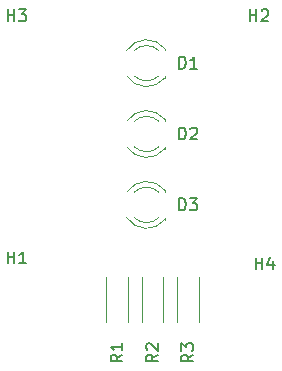
<source format=gbr>
%TF.GenerationSoftware,KiCad,Pcbnew,8.0.8*%
%TF.CreationDate,2025-01-25T13:46:24+05:30*%
%TF.ProjectId,Traffic Light,54726166-6669-4632-904c-696768742e6b,rev?*%
%TF.SameCoordinates,Original*%
%TF.FileFunction,Legend,Top*%
%TF.FilePolarity,Positive*%
%FSLAX46Y46*%
G04 Gerber Fmt 4.6, Leading zero omitted, Abs format (unit mm)*
G04 Created by KiCad (PCBNEW 8.0.8) date 2025-01-25 13:46:24*
%MOMM*%
%LPD*%
G01*
G04 APERTURE LIST*
%ADD10C,0.150000*%
%ADD11C,0.120000*%
G04 APERTURE END LIST*
D10*
X156454819Y-84166666D02*
X155978628Y-84499999D01*
X156454819Y-84738094D02*
X155454819Y-84738094D01*
X155454819Y-84738094D02*
X155454819Y-84357142D01*
X155454819Y-84357142D02*
X155502438Y-84261904D01*
X155502438Y-84261904D02*
X155550057Y-84214285D01*
X155550057Y-84214285D02*
X155645295Y-84166666D01*
X155645295Y-84166666D02*
X155788152Y-84166666D01*
X155788152Y-84166666D02*
X155883390Y-84214285D01*
X155883390Y-84214285D02*
X155931009Y-84261904D01*
X155931009Y-84261904D02*
X155978628Y-84357142D01*
X155978628Y-84357142D02*
X155978628Y-84738094D01*
X155454819Y-83833332D02*
X155454819Y-83214285D01*
X155454819Y-83214285D02*
X155835771Y-83547618D01*
X155835771Y-83547618D02*
X155835771Y-83404761D01*
X155835771Y-83404761D02*
X155883390Y-83309523D01*
X155883390Y-83309523D02*
X155931009Y-83261904D01*
X155931009Y-83261904D02*
X156026247Y-83214285D01*
X156026247Y-83214285D02*
X156264342Y-83214285D01*
X156264342Y-83214285D02*
X156359580Y-83261904D01*
X156359580Y-83261904D02*
X156407200Y-83309523D01*
X156407200Y-83309523D02*
X156454819Y-83404761D01*
X156454819Y-83404761D02*
X156454819Y-83690475D01*
X156454819Y-83690475D02*
X156407200Y-83785713D01*
X156407200Y-83785713D02*
X156359580Y-83833332D01*
X153454819Y-84166666D02*
X152978628Y-84499999D01*
X153454819Y-84738094D02*
X152454819Y-84738094D01*
X152454819Y-84738094D02*
X152454819Y-84357142D01*
X152454819Y-84357142D02*
X152502438Y-84261904D01*
X152502438Y-84261904D02*
X152550057Y-84214285D01*
X152550057Y-84214285D02*
X152645295Y-84166666D01*
X152645295Y-84166666D02*
X152788152Y-84166666D01*
X152788152Y-84166666D02*
X152883390Y-84214285D01*
X152883390Y-84214285D02*
X152931009Y-84261904D01*
X152931009Y-84261904D02*
X152978628Y-84357142D01*
X152978628Y-84357142D02*
X152978628Y-84738094D01*
X152550057Y-83785713D02*
X152502438Y-83738094D01*
X152502438Y-83738094D02*
X152454819Y-83642856D01*
X152454819Y-83642856D02*
X152454819Y-83404761D01*
X152454819Y-83404761D02*
X152502438Y-83309523D01*
X152502438Y-83309523D02*
X152550057Y-83261904D01*
X152550057Y-83261904D02*
X152645295Y-83214285D01*
X152645295Y-83214285D02*
X152740533Y-83214285D01*
X152740533Y-83214285D02*
X152883390Y-83261904D01*
X152883390Y-83261904D02*
X153454819Y-83833332D01*
X153454819Y-83833332D02*
X153454819Y-83214285D01*
X150454819Y-84166666D02*
X149978628Y-84499999D01*
X150454819Y-84738094D02*
X149454819Y-84738094D01*
X149454819Y-84738094D02*
X149454819Y-84357142D01*
X149454819Y-84357142D02*
X149502438Y-84261904D01*
X149502438Y-84261904D02*
X149550057Y-84214285D01*
X149550057Y-84214285D02*
X149645295Y-84166666D01*
X149645295Y-84166666D02*
X149788152Y-84166666D01*
X149788152Y-84166666D02*
X149883390Y-84214285D01*
X149883390Y-84214285D02*
X149931009Y-84261904D01*
X149931009Y-84261904D02*
X149978628Y-84357142D01*
X149978628Y-84357142D02*
X149978628Y-84738094D01*
X150454819Y-83214285D02*
X150454819Y-83785713D01*
X150454819Y-83499999D02*
X149454819Y-83499999D01*
X149454819Y-83499999D02*
X149597676Y-83595237D01*
X149597676Y-83595237D02*
X149692914Y-83690475D01*
X149692914Y-83690475D02*
X149740533Y-83785713D01*
X161738095Y-76954819D02*
X161738095Y-75954819D01*
X161738095Y-76431009D02*
X162309523Y-76431009D01*
X162309523Y-76954819D02*
X162309523Y-75954819D01*
X163214285Y-76288152D02*
X163214285Y-76954819D01*
X162976190Y-75907200D02*
X162738095Y-76621485D01*
X162738095Y-76621485D02*
X163357142Y-76621485D01*
X140738095Y-55954819D02*
X140738095Y-54954819D01*
X140738095Y-55431009D02*
X141309523Y-55431009D01*
X141309523Y-55954819D02*
X141309523Y-54954819D01*
X141690476Y-54954819D02*
X142309523Y-54954819D01*
X142309523Y-54954819D02*
X141976190Y-55335771D01*
X141976190Y-55335771D02*
X142119047Y-55335771D01*
X142119047Y-55335771D02*
X142214285Y-55383390D01*
X142214285Y-55383390D02*
X142261904Y-55431009D01*
X142261904Y-55431009D02*
X142309523Y-55526247D01*
X142309523Y-55526247D02*
X142309523Y-55764342D01*
X142309523Y-55764342D02*
X142261904Y-55859580D01*
X142261904Y-55859580D02*
X142214285Y-55907200D01*
X142214285Y-55907200D02*
X142119047Y-55954819D01*
X142119047Y-55954819D02*
X141833333Y-55954819D01*
X141833333Y-55954819D02*
X141738095Y-55907200D01*
X141738095Y-55907200D02*
X141690476Y-55859580D01*
X161238095Y-55954819D02*
X161238095Y-54954819D01*
X161238095Y-55431009D02*
X161809523Y-55431009D01*
X161809523Y-55954819D02*
X161809523Y-54954819D01*
X162238095Y-55050057D02*
X162285714Y-55002438D01*
X162285714Y-55002438D02*
X162380952Y-54954819D01*
X162380952Y-54954819D02*
X162619047Y-54954819D01*
X162619047Y-54954819D02*
X162714285Y-55002438D01*
X162714285Y-55002438D02*
X162761904Y-55050057D01*
X162761904Y-55050057D02*
X162809523Y-55145295D01*
X162809523Y-55145295D02*
X162809523Y-55240533D01*
X162809523Y-55240533D02*
X162761904Y-55383390D01*
X162761904Y-55383390D02*
X162190476Y-55954819D01*
X162190476Y-55954819D02*
X162809523Y-55954819D01*
X140738095Y-76454819D02*
X140738095Y-75454819D01*
X140738095Y-75931009D02*
X141309523Y-75931009D01*
X141309523Y-76454819D02*
X141309523Y-75454819D01*
X142309523Y-76454819D02*
X141738095Y-76454819D01*
X142023809Y-76454819D02*
X142023809Y-75454819D01*
X142023809Y-75454819D02*
X141928571Y-75597676D01*
X141928571Y-75597676D02*
X141833333Y-75692914D01*
X141833333Y-75692914D02*
X141738095Y-75740533D01*
X155261905Y-71954819D02*
X155261905Y-70954819D01*
X155261905Y-70954819D02*
X155500000Y-70954819D01*
X155500000Y-70954819D02*
X155642857Y-71002438D01*
X155642857Y-71002438D02*
X155738095Y-71097676D01*
X155738095Y-71097676D02*
X155785714Y-71192914D01*
X155785714Y-71192914D02*
X155833333Y-71383390D01*
X155833333Y-71383390D02*
X155833333Y-71526247D01*
X155833333Y-71526247D02*
X155785714Y-71716723D01*
X155785714Y-71716723D02*
X155738095Y-71811961D01*
X155738095Y-71811961D02*
X155642857Y-71907200D01*
X155642857Y-71907200D02*
X155500000Y-71954819D01*
X155500000Y-71954819D02*
X155261905Y-71954819D01*
X156166667Y-70954819D02*
X156785714Y-70954819D01*
X156785714Y-70954819D02*
X156452381Y-71335771D01*
X156452381Y-71335771D02*
X156595238Y-71335771D01*
X156595238Y-71335771D02*
X156690476Y-71383390D01*
X156690476Y-71383390D02*
X156738095Y-71431009D01*
X156738095Y-71431009D02*
X156785714Y-71526247D01*
X156785714Y-71526247D02*
X156785714Y-71764342D01*
X156785714Y-71764342D02*
X156738095Y-71859580D01*
X156738095Y-71859580D02*
X156690476Y-71907200D01*
X156690476Y-71907200D02*
X156595238Y-71954819D01*
X156595238Y-71954819D02*
X156309524Y-71954819D01*
X156309524Y-71954819D02*
X156214286Y-71907200D01*
X156214286Y-71907200D02*
X156166667Y-71859580D01*
X155261905Y-65954819D02*
X155261905Y-64954819D01*
X155261905Y-64954819D02*
X155500000Y-64954819D01*
X155500000Y-64954819D02*
X155642857Y-65002438D01*
X155642857Y-65002438D02*
X155738095Y-65097676D01*
X155738095Y-65097676D02*
X155785714Y-65192914D01*
X155785714Y-65192914D02*
X155833333Y-65383390D01*
X155833333Y-65383390D02*
X155833333Y-65526247D01*
X155833333Y-65526247D02*
X155785714Y-65716723D01*
X155785714Y-65716723D02*
X155738095Y-65811961D01*
X155738095Y-65811961D02*
X155642857Y-65907200D01*
X155642857Y-65907200D02*
X155500000Y-65954819D01*
X155500000Y-65954819D02*
X155261905Y-65954819D01*
X156214286Y-65050057D02*
X156261905Y-65002438D01*
X156261905Y-65002438D02*
X156357143Y-64954819D01*
X156357143Y-64954819D02*
X156595238Y-64954819D01*
X156595238Y-64954819D02*
X156690476Y-65002438D01*
X156690476Y-65002438D02*
X156738095Y-65050057D01*
X156738095Y-65050057D02*
X156785714Y-65145295D01*
X156785714Y-65145295D02*
X156785714Y-65240533D01*
X156785714Y-65240533D02*
X156738095Y-65383390D01*
X156738095Y-65383390D02*
X156166667Y-65954819D01*
X156166667Y-65954819D02*
X156785714Y-65954819D01*
X155261905Y-59954819D02*
X155261905Y-58954819D01*
X155261905Y-58954819D02*
X155500000Y-58954819D01*
X155500000Y-58954819D02*
X155642857Y-59002438D01*
X155642857Y-59002438D02*
X155738095Y-59097676D01*
X155738095Y-59097676D02*
X155785714Y-59192914D01*
X155785714Y-59192914D02*
X155833333Y-59383390D01*
X155833333Y-59383390D02*
X155833333Y-59526247D01*
X155833333Y-59526247D02*
X155785714Y-59716723D01*
X155785714Y-59716723D02*
X155738095Y-59811961D01*
X155738095Y-59811961D02*
X155642857Y-59907200D01*
X155642857Y-59907200D02*
X155500000Y-59954819D01*
X155500000Y-59954819D02*
X155261905Y-59954819D01*
X156785714Y-59954819D02*
X156214286Y-59954819D01*
X156500000Y-59954819D02*
X156500000Y-58954819D01*
X156500000Y-58954819D02*
X156404762Y-59097676D01*
X156404762Y-59097676D02*
X156309524Y-59192914D01*
X156309524Y-59192914D02*
X156214286Y-59240533D01*
D11*
%TO.C,R3*%
X156920000Y-81420000D02*
X156920000Y-77580000D01*
X155080000Y-81420000D02*
X155080000Y-77580000D01*
%TO.C,R2*%
X153920000Y-81420000D02*
X153920000Y-77580000D01*
X152080000Y-81420000D02*
X152080000Y-77580000D01*
%TO.C,R1*%
X149080000Y-81420000D02*
X149080000Y-77580000D01*
X150920000Y-81420000D02*
X150920000Y-77580000D01*
%TO.C,D3*%
X154060000Y-72736000D02*
X154060000Y-72580000D01*
X154060000Y-70420000D02*
X154060000Y-70264000D01*
X154060000Y-72735516D02*
G75*
G02*
X150828603Y-72580061I-1560000J1235516D01*
G01*
X153540961Y-72580000D02*
G75*
G02*
X151459090Y-72580049I-1040961J1080000D01*
G01*
X151459090Y-70419951D02*
G75*
G02*
X153540961Y-70420000I1040910J-1080049D01*
G01*
X150828603Y-70419939D02*
G75*
G02*
X154060000Y-70264484I1671397J-1080061D01*
G01*
%TO.C,D2*%
X154060000Y-66736000D02*
X154060000Y-66580000D01*
X154060000Y-64420000D02*
X154060000Y-64264000D01*
X154060000Y-66735516D02*
G75*
G02*
X150828603Y-66580061I-1560000J1235516D01*
G01*
X153540961Y-66580000D02*
G75*
G02*
X151459090Y-66580049I-1040961J1080000D01*
G01*
X151459090Y-64419951D02*
G75*
G02*
X153540961Y-64420000I1040910J-1080049D01*
G01*
X150828603Y-64419939D02*
G75*
G02*
X154060000Y-64264484I1671397J-1080061D01*
G01*
%TO.C,D1*%
X154060000Y-60736000D02*
X154060000Y-60580000D01*
X154060000Y-58420000D02*
X154060000Y-58264000D01*
X154060000Y-60735516D02*
G75*
G02*
X150828603Y-60580061I-1560000J1235516D01*
G01*
X153540961Y-60580000D02*
G75*
G02*
X151459090Y-60580049I-1040961J1080000D01*
G01*
X151459090Y-58419951D02*
G75*
G02*
X153540961Y-58420000I1040910J-1080049D01*
G01*
X150828603Y-58419939D02*
G75*
G02*
X154060000Y-58264484I1671397J-1080061D01*
G01*
%TD*%
M02*

</source>
